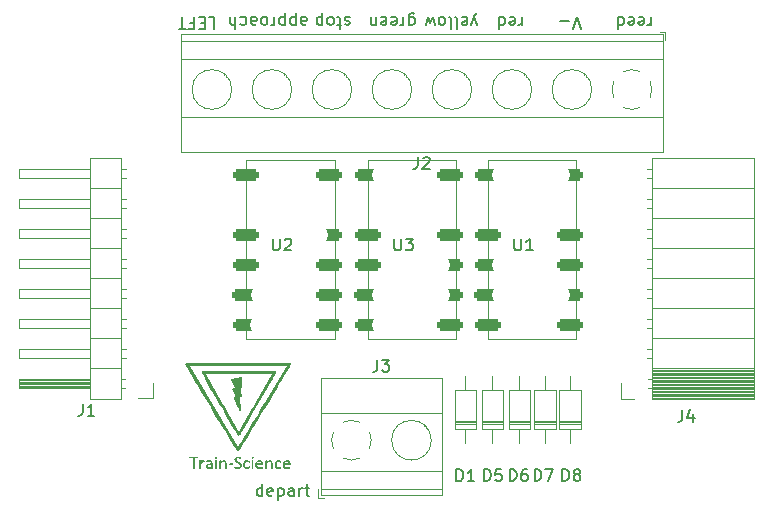
<source format=gbr>
%TF.GenerationSoftware,KiCad,Pcbnew,(6.0.4)*%
%TF.CreationDate,2023-03-20T20:43:09+01:00*%
%TF.ProjectId,analogBlockModule,616e616c-6f67-4426-9c6f-636b4d6f6475,rev?*%
%TF.SameCoordinates,Original*%
%TF.FileFunction,Legend,Top*%
%TF.FilePolarity,Positive*%
%FSLAX46Y46*%
G04 Gerber Fmt 4.6, Leading zero omitted, Abs format (unit mm)*
G04 Created by KiCad (PCBNEW (6.0.4)) date 2023-03-20 20:43:09*
%MOMM*%
%LPD*%
G01*
G04 APERTURE LIST*
G04 Aperture macros list*
%AMRoundRect*
0 Rectangle with rounded corners*
0 $1 Rounding radius*
0 $2 $3 $4 $5 $6 $7 $8 $9 X,Y pos of 4 corners*
0 Add a 4 corners polygon primitive as box body*
4,1,4,$2,$3,$4,$5,$6,$7,$8,$9,$2,$3,0*
0 Add four circle primitives for the rounded corners*
1,1,$1+$1,$2,$3*
1,1,$1+$1,$4,$5*
1,1,$1+$1,$6,$7*
1,1,$1+$1,$8,$9*
0 Add four rect primitives between the rounded corners*
20,1,$1+$1,$2,$3,$4,$5,0*
20,1,$1+$1,$4,$5,$6,$7,0*
20,1,$1+$1,$6,$7,$8,$9,0*
20,1,$1+$1,$8,$9,$2,$3,0*%
G04 Aperture macros list end*
%ADD10C,0.150000*%
%ADD11C,0.120000*%
%ADD12R,2.600000X2.600000*%
%ADD13C,2.600000*%
%ADD14R,1.500000X1.500000*%
%ADD15O,1.500000X1.500000*%
%ADD16RoundRect,0.250000X-0.855000X0.250000X-0.855000X-0.250000X0.855000X-0.250000X0.855000X0.250000X0*%
%ADD17C,1.500000*%
%ADD18R,1.700000X1.700000*%
%ADD19O,1.700000X1.700000*%
%ADD20C,3.200000*%
G04 APERTURE END LIST*
D10*
X151952380Y-77621619D02*
X151952380Y-78288285D01*
X151952380Y-78097809D02*
X151904761Y-78193047D01*
X151857142Y-78240666D01*
X151761904Y-78288285D01*
X151666666Y-78288285D01*
X150952380Y-77669238D02*
X151047619Y-77621619D01*
X151238095Y-77621619D01*
X151333333Y-77669238D01*
X151380952Y-77764476D01*
X151380952Y-78145428D01*
X151333333Y-78240666D01*
X151238095Y-78288285D01*
X151047619Y-78288285D01*
X150952380Y-78240666D01*
X150904761Y-78145428D01*
X150904761Y-78050190D01*
X151380952Y-77954952D01*
X150047619Y-77621619D02*
X150047619Y-78621619D01*
X150047619Y-77669238D02*
X150142857Y-77621619D01*
X150333333Y-77621619D01*
X150428571Y-77669238D01*
X150476190Y-77716857D01*
X150523809Y-77812095D01*
X150523809Y-78097809D01*
X150476190Y-78193047D01*
X150428571Y-78240666D01*
X150333333Y-78288285D01*
X150142857Y-78288285D01*
X150047619Y-78240666D01*
X148166666Y-78288285D02*
X147928571Y-77621619D01*
X147690476Y-78288285D02*
X147928571Y-77621619D01*
X148023809Y-77383523D01*
X148071428Y-77335904D01*
X148166666Y-77288285D01*
X146928571Y-77669238D02*
X147023809Y-77621619D01*
X147214285Y-77621619D01*
X147309523Y-77669238D01*
X147357142Y-77764476D01*
X147357142Y-78145428D01*
X147309523Y-78240666D01*
X147214285Y-78288285D01*
X147023809Y-78288285D01*
X146928571Y-78240666D01*
X146880952Y-78145428D01*
X146880952Y-78050190D01*
X147357142Y-77954952D01*
X146309523Y-77621619D02*
X146404761Y-77669238D01*
X146452380Y-77764476D01*
X146452380Y-78621619D01*
X145785714Y-77621619D02*
X145880952Y-77669238D01*
X145928571Y-77764476D01*
X145928571Y-78621619D01*
X145261904Y-77621619D02*
X145357142Y-77669238D01*
X145404761Y-77716857D01*
X145452380Y-77812095D01*
X145452380Y-78097809D01*
X145404761Y-78193047D01*
X145357142Y-78240666D01*
X145261904Y-78288285D01*
X145119047Y-78288285D01*
X145023809Y-78240666D01*
X144976190Y-78193047D01*
X144928571Y-78097809D01*
X144928571Y-77812095D01*
X144976190Y-77716857D01*
X145023809Y-77669238D01*
X145119047Y-77621619D01*
X145261904Y-77621619D01*
X144595238Y-78288285D02*
X144404761Y-77621619D01*
X144214285Y-78097809D01*
X144023809Y-77621619D01*
X143833333Y-78288285D01*
X156952380Y-78621619D02*
X156619047Y-77621619D01*
X156285714Y-78621619D01*
X155952380Y-78002571D02*
X155190476Y-78002571D01*
X133285714Y-77621619D02*
X133285714Y-78145428D01*
X133333333Y-78240666D01*
X133428571Y-78288285D01*
X133619047Y-78288285D01*
X133714285Y-78240666D01*
X133285714Y-77669238D02*
X133380952Y-77621619D01*
X133619047Y-77621619D01*
X133714285Y-77669238D01*
X133761904Y-77764476D01*
X133761904Y-77859714D01*
X133714285Y-77954952D01*
X133619047Y-78002571D01*
X133380952Y-78002571D01*
X133285714Y-78050190D01*
X132809523Y-78288285D02*
X132809523Y-77288285D01*
X132809523Y-78240666D02*
X132714285Y-78288285D01*
X132523809Y-78288285D01*
X132428571Y-78240666D01*
X132380952Y-78193047D01*
X132333333Y-78097809D01*
X132333333Y-77812095D01*
X132380952Y-77716857D01*
X132428571Y-77669238D01*
X132523809Y-77621619D01*
X132714285Y-77621619D01*
X132809523Y-77669238D01*
X131904761Y-78288285D02*
X131904761Y-77288285D01*
X131904761Y-78240666D02*
X131809523Y-78288285D01*
X131619047Y-78288285D01*
X131523809Y-78240666D01*
X131476190Y-78193047D01*
X131428571Y-78097809D01*
X131428571Y-77812095D01*
X131476190Y-77716857D01*
X131523809Y-77669238D01*
X131619047Y-77621619D01*
X131809523Y-77621619D01*
X131904761Y-77669238D01*
X131000000Y-77621619D02*
X131000000Y-78288285D01*
X131000000Y-78097809D02*
X130952380Y-78193047D01*
X130904761Y-78240666D01*
X130809523Y-78288285D01*
X130714285Y-78288285D01*
X130238095Y-77621619D02*
X130333333Y-77669238D01*
X130380952Y-77716857D01*
X130428571Y-77812095D01*
X130428571Y-78097809D01*
X130380952Y-78193047D01*
X130333333Y-78240666D01*
X130238095Y-78288285D01*
X130095238Y-78288285D01*
X130000000Y-78240666D01*
X129952380Y-78193047D01*
X129904761Y-78097809D01*
X129904761Y-77812095D01*
X129952380Y-77716857D01*
X130000000Y-77669238D01*
X130095238Y-77621619D01*
X130238095Y-77621619D01*
X129047619Y-77621619D02*
X129047619Y-78145428D01*
X129095238Y-78240666D01*
X129190476Y-78288285D01*
X129380952Y-78288285D01*
X129476190Y-78240666D01*
X129047619Y-77669238D02*
X129142857Y-77621619D01*
X129380952Y-77621619D01*
X129476190Y-77669238D01*
X129523809Y-77764476D01*
X129523809Y-77859714D01*
X129476190Y-77954952D01*
X129380952Y-78002571D01*
X129142857Y-78002571D01*
X129047619Y-78050190D01*
X128142857Y-77669238D02*
X128238095Y-77621619D01*
X128428571Y-77621619D01*
X128523809Y-77669238D01*
X128571428Y-77716857D01*
X128619047Y-77812095D01*
X128619047Y-78097809D01*
X128571428Y-78193047D01*
X128523809Y-78240666D01*
X128428571Y-78288285D01*
X128238095Y-78288285D01*
X128142857Y-78240666D01*
X127714285Y-77621619D02*
X127714285Y-78621619D01*
X127285714Y-77621619D02*
X127285714Y-78145428D01*
X127333333Y-78240666D01*
X127428571Y-78288285D01*
X127571428Y-78288285D01*
X127666666Y-78240666D01*
X127714285Y-78193047D01*
X142404761Y-78288285D02*
X142404761Y-77478761D01*
X142452380Y-77383523D01*
X142500000Y-77335904D01*
X142595238Y-77288285D01*
X142738095Y-77288285D01*
X142833333Y-77335904D01*
X142404761Y-77669238D02*
X142500000Y-77621619D01*
X142690476Y-77621619D01*
X142785714Y-77669238D01*
X142833333Y-77716857D01*
X142880952Y-77812095D01*
X142880952Y-78097809D01*
X142833333Y-78193047D01*
X142785714Y-78240666D01*
X142690476Y-78288285D01*
X142500000Y-78288285D01*
X142404761Y-78240666D01*
X141928571Y-77621619D02*
X141928571Y-78288285D01*
X141928571Y-78097809D02*
X141880952Y-78193047D01*
X141833333Y-78240666D01*
X141738095Y-78288285D01*
X141642857Y-78288285D01*
X140928571Y-77669238D02*
X141023809Y-77621619D01*
X141214285Y-77621619D01*
X141309523Y-77669238D01*
X141357142Y-77764476D01*
X141357142Y-78145428D01*
X141309523Y-78240666D01*
X141214285Y-78288285D01*
X141023809Y-78288285D01*
X140928571Y-78240666D01*
X140880952Y-78145428D01*
X140880952Y-78050190D01*
X141357142Y-77954952D01*
X140071428Y-77669238D02*
X140166666Y-77621619D01*
X140357142Y-77621619D01*
X140452380Y-77669238D01*
X140500000Y-77764476D01*
X140500000Y-78145428D01*
X140452380Y-78240666D01*
X140357142Y-78288285D01*
X140166666Y-78288285D01*
X140071428Y-78240666D01*
X140023809Y-78145428D01*
X140023809Y-78050190D01*
X140500000Y-77954952D01*
X139595238Y-78288285D02*
X139595238Y-77621619D01*
X139595238Y-78193047D02*
X139547619Y-78240666D01*
X139452380Y-78288285D01*
X139309523Y-78288285D01*
X139214285Y-78240666D01*
X139166666Y-78145428D01*
X139166666Y-77621619D01*
X129984714Y-118181380D02*
X129984714Y-117181380D01*
X129984714Y-118133761D02*
X129889476Y-118181380D01*
X129699000Y-118181380D01*
X129603761Y-118133761D01*
X129556142Y-118086142D01*
X129508523Y-117990904D01*
X129508523Y-117705190D01*
X129556142Y-117609952D01*
X129603761Y-117562333D01*
X129699000Y-117514714D01*
X129889476Y-117514714D01*
X129984714Y-117562333D01*
X130841857Y-118133761D02*
X130746619Y-118181380D01*
X130556142Y-118181380D01*
X130460904Y-118133761D01*
X130413285Y-118038523D01*
X130413285Y-117657571D01*
X130460904Y-117562333D01*
X130556142Y-117514714D01*
X130746619Y-117514714D01*
X130841857Y-117562333D01*
X130889476Y-117657571D01*
X130889476Y-117752809D01*
X130413285Y-117848047D01*
X131318047Y-117514714D02*
X131318047Y-118514714D01*
X131318047Y-117562333D02*
X131413285Y-117514714D01*
X131603761Y-117514714D01*
X131699000Y-117562333D01*
X131746619Y-117609952D01*
X131794238Y-117705190D01*
X131794238Y-117990904D01*
X131746619Y-118086142D01*
X131699000Y-118133761D01*
X131603761Y-118181380D01*
X131413285Y-118181380D01*
X131318047Y-118133761D01*
X132651380Y-118181380D02*
X132651380Y-117657571D01*
X132603761Y-117562333D01*
X132508523Y-117514714D01*
X132318047Y-117514714D01*
X132222809Y-117562333D01*
X132651380Y-118133761D02*
X132556142Y-118181380D01*
X132318047Y-118181380D01*
X132222809Y-118133761D01*
X132175190Y-118038523D01*
X132175190Y-117943285D01*
X132222809Y-117848047D01*
X132318047Y-117800428D01*
X132556142Y-117800428D01*
X132651380Y-117752809D01*
X133127571Y-118181380D02*
X133127571Y-117514714D01*
X133127571Y-117705190D02*
X133175190Y-117609952D01*
X133222809Y-117562333D01*
X133318047Y-117514714D01*
X133413285Y-117514714D01*
X133603761Y-117514714D02*
X133984714Y-117514714D01*
X133746619Y-117181380D02*
X133746619Y-118038523D01*
X133794238Y-118133761D01*
X133889476Y-118181380D01*
X133984714Y-118181380D01*
X137404761Y-77669238D02*
X137309523Y-77621619D01*
X137119047Y-77621619D01*
X137023809Y-77669238D01*
X136976190Y-77764476D01*
X136976190Y-77812095D01*
X137023809Y-77907333D01*
X137119047Y-77954952D01*
X137261904Y-77954952D01*
X137357142Y-78002571D01*
X137404761Y-78097809D01*
X137404761Y-78145428D01*
X137357142Y-78240666D01*
X137261904Y-78288285D01*
X137119047Y-78288285D01*
X137023809Y-78240666D01*
X136690476Y-78288285D02*
X136309523Y-78288285D01*
X136547619Y-78621619D02*
X136547619Y-77764476D01*
X136500000Y-77669238D01*
X136404761Y-77621619D01*
X136309523Y-77621619D01*
X135833333Y-77621619D02*
X135928571Y-77669238D01*
X135976190Y-77716857D01*
X136023809Y-77812095D01*
X136023809Y-78097809D01*
X135976190Y-78193047D01*
X135928571Y-78240666D01*
X135833333Y-78288285D01*
X135690476Y-78288285D01*
X135595238Y-78240666D01*
X135547619Y-78193047D01*
X135500000Y-78097809D01*
X135500000Y-77812095D01*
X135547619Y-77716857D01*
X135595238Y-77669238D01*
X135690476Y-77621619D01*
X135833333Y-77621619D01*
X135071428Y-78288285D02*
X135071428Y-77288285D01*
X135071428Y-78240666D02*
X134976190Y-78288285D01*
X134785714Y-78288285D01*
X134690476Y-78240666D01*
X134642857Y-78193047D01*
X134595238Y-78097809D01*
X134595238Y-77812095D01*
X134642857Y-77716857D01*
X134690476Y-77669238D01*
X134785714Y-77621619D01*
X134976190Y-77621619D01*
X135071428Y-77669238D01*
X125452380Y-77621619D02*
X125928571Y-77621619D01*
X125928571Y-78621619D01*
X125119047Y-78145428D02*
X124785714Y-78145428D01*
X124642857Y-77621619D02*
X125119047Y-77621619D01*
X125119047Y-78621619D01*
X124642857Y-78621619D01*
X123880952Y-78145428D02*
X124214285Y-78145428D01*
X124214285Y-77621619D02*
X124214285Y-78621619D01*
X123738095Y-78621619D01*
X123500000Y-78621619D02*
X122928571Y-78621619D01*
X123214285Y-77621619D02*
X123214285Y-78621619D01*
X162880952Y-77621619D02*
X162880952Y-78288285D01*
X162880952Y-78097809D02*
X162833333Y-78193047D01*
X162785714Y-78240666D01*
X162690476Y-78288285D01*
X162595238Y-78288285D01*
X161880952Y-77669238D02*
X161976190Y-77621619D01*
X162166666Y-77621619D01*
X162261904Y-77669238D01*
X162309523Y-77764476D01*
X162309523Y-78145428D01*
X162261904Y-78240666D01*
X162166666Y-78288285D01*
X161976190Y-78288285D01*
X161880952Y-78240666D01*
X161833333Y-78145428D01*
X161833333Y-78050190D01*
X162309523Y-77954952D01*
X161023809Y-77669238D02*
X161119047Y-77621619D01*
X161309523Y-77621619D01*
X161404761Y-77669238D01*
X161452380Y-77764476D01*
X161452380Y-78145428D01*
X161404761Y-78240666D01*
X161309523Y-78288285D01*
X161119047Y-78288285D01*
X161023809Y-78240666D01*
X160976190Y-78145428D01*
X160976190Y-78050190D01*
X161452380Y-77954952D01*
X160119047Y-77621619D02*
X160119047Y-78621619D01*
X160119047Y-77669238D02*
X160214285Y-77621619D01*
X160404761Y-77621619D01*
X160500000Y-77669238D01*
X160547619Y-77716857D01*
X160595238Y-77812095D01*
X160595238Y-78097809D01*
X160547619Y-78193047D01*
X160500000Y-78240666D01*
X160404761Y-78288285D01*
X160214285Y-78288285D01*
X160119047Y-78240666D01*
%TO.C,J2*%
X143166666Y-89481380D02*
X143166666Y-90195666D01*
X143119047Y-90338523D01*
X143023809Y-90433761D01*
X142880952Y-90481380D01*
X142785714Y-90481380D01*
X143595238Y-89576619D02*
X143642857Y-89529000D01*
X143738095Y-89481380D01*
X143976190Y-89481380D01*
X144071428Y-89529000D01*
X144119047Y-89576619D01*
X144166666Y-89671857D01*
X144166666Y-89767095D01*
X144119047Y-89909952D01*
X143547619Y-90481380D01*
X144166666Y-90481380D01*
%TO.C,D1*%
X146430904Y-116929380D02*
X146430904Y-115929380D01*
X146669000Y-115929380D01*
X146811857Y-115977000D01*
X146907095Y-116072238D01*
X146954714Y-116167476D01*
X147002333Y-116357952D01*
X147002333Y-116500809D01*
X146954714Y-116691285D01*
X146907095Y-116786523D01*
X146811857Y-116881761D01*
X146669000Y-116929380D01*
X146430904Y-116929380D01*
X147954714Y-116929380D02*
X147383285Y-116929380D01*
X147669000Y-116929380D02*
X147669000Y-115929380D01*
X147573761Y-116072238D01*
X147478523Y-116167476D01*
X147383285Y-116215095D01*
%TO.C,U1*%
X151330295Y-96399380D02*
X151330295Y-97208904D01*
X151377914Y-97304142D01*
X151425533Y-97351761D01*
X151520771Y-97399380D01*
X151711247Y-97399380D01*
X151806485Y-97351761D01*
X151854104Y-97304142D01*
X151901723Y-97208904D01*
X151901723Y-96399380D01*
X152901723Y-97399380D02*
X152330295Y-97399380D01*
X152616009Y-97399380D02*
X152616009Y-96399380D01*
X152520771Y-96542238D01*
X152425533Y-96637476D01*
X152330295Y-96685095D01*
%TO.C,J1*%
X114781666Y-110382380D02*
X114781666Y-111096666D01*
X114734047Y-111239523D01*
X114638809Y-111334761D01*
X114495952Y-111382380D01*
X114400714Y-111382380D01*
X115781666Y-111382380D02*
X115210238Y-111382380D01*
X115495952Y-111382380D02*
X115495952Y-110382380D01*
X115400714Y-110525238D01*
X115305476Y-110620476D01*
X115210238Y-110668095D01*
%TO.C,D5*%
X148764904Y-116920380D02*
X148764904Y-115920380D01*
X149003000Y-115920380D01*
X149145857Y-115968000D01*
X149241095Y-116063238D01*
X149288714Y-116158476D01*
X149336333Y-116348952D01*
X149336333Y-116491809D01*
X149288714Y-116682285D01*
X149241095Y-116777523D01*
X149145857Y-116872761D01*
X149003000Y-116920380D01*
X148764904Y-116920380D01*
X150241095Y-115920380D02*
X149764904Y-115920380D01*
X149717285Y-116396571D01*
X149764904Y-116348952D01*
X149860142Y-116301333D01*
X150098238Y-116301333D01*
X150193476Y-116348952D01*
X150241095Y-116396571D01*
X150288714Y-116491809D01*
X150288714Y-116729904D01*
X150241095Y-116825142D01*
X150193476Y-116872761D01*
X150098238Y-116920380D01*
X149860142Y-116920380D01*
X149764904Y-116872761D01*
X149717285Y-116825142D01*
%TO.C,J4*%
X165546666Y-110882380D02*
X165546666Y-111596666D01*
X165499047Y-111739523D01*
X165403809Y-111834761D01*
X165260952Y-111882380D01*
X165165714Y-111882380D01*
X166451428Y-111215714D02*
X166451428Y-111882380D01*
X166213333Y-110834761D02*
X165975238Y-111549047D01*
X166594285Y-111549047D01*
%TO.C,D6*%
X150946904Y-116920380D02*
X150946904Y-115920380D01*
X151185000Y-115920380D01*
X151327857Y-115968000D01*
X151423095Y-116063238D01*
X151470714Y-116158476D01*
X151518333Y-116348952D01*
X151518333Y-116491809D01*
X151470714Y-116682285D01*
X151423095Y-116777523D01*
X151327857Y-116872761D01*
X151185000Y-116920380D01*
X150946904Y-116920380D01*
X152375476Y-115920380D02*
X152185000Y-115920380D01*
X152089761Y-115968000D01*
X152042142Y-116015619D01*
X151946904Y-116158476D01*
X151899285Y-116348952D01*
X151899285Y-116729904D01*
X151946904Y-116825142D01*
X151994523Y-116872761D01*
X152089761Y-116920380D01*
X152280238Y-116920380D01*
X152375476Y-116872761D01*
X152423095Y-116825142D01*
X152470714Y-116729904D01*
X152470714Y-116491809D01*
X152423095Y-116396571D01*
X152375476Y-116348952D01*
X152280238Y-116301333D01*
X152089761Y-116301333D01*
X151994523Y-116348952D01*
X151946904Y-116396571D01*
X151899285Y-116491809D01*
%TO.C,D7*%
X153041904Y-116915380D02*
X153041904Y-115915380D01*
X153280000Y-115915380D01*
X153422857Y-115963000D01*
X153518095Y-116058238D01*
X153565714Y-116153476D01*
X153613333Y-116343952D01*
X153613333Y-116486809D01*
X153565714Y-116677285D01*
X153518095Y-116772523D01*
X153422857Y-116867761D01*
X153280000Y-116915380D01*
X153041904Y-116915380D01*
X153946666Y-115915380D02*
X154613333Y-115915380D01*
X154184761Y-116915380D01*
%TO.C,D8*%
X155405904Y-116915380D02*
X155405904Y-115915380D01*
X155644000Y-115915380D01*
X155786857Y-115963000D01*
X155882095Y-116058238D01*
X155929714Y-116153476D01*
X155977333Y-116343952D01*
X155977333Y-116486809D01*
X155929714Y-116677285D01*
X155882095Y-116772523D01*
X155786857Y-116867761D01*
X155644000Y-116915380D01*
X155405904Y-116915380D01*
X156548761Y-116343952D02*
X156453523Y-116296333D01*
X156405904Y-116248714D01*
X156358285Y-116153476D01*
X156358285Y-116105857D01*
X156405904Y-116010619D01*
X156453523Y-115963000D01*
X156548761Y-115915380D01*
X156739238Y-115915380D01*
X156834476Y-115963000D01*
X156882095Y-116010619D01*
X156929714Y-116105857D01*
X156929714Y-116153476D01*
X156882095Y-116248714D01*
X156834476Y-116296333D01*
X156739238Y-116343952D01*
X156548761Y-116343952D01*
X156453523Y-116391571D01*
X156405904Y-116439190D01*
X156358285Y-116534428D01*
X156358285Y-116724904D01*
X156405904Y-116820142D01*
X156453523Y-116867761D01*
X156548761Y-116915380D01*
X156739238Y-116915380D01*
X156834476Y-116867761D01*
X156882095Y-116820142D01*
X156929714Y-116724904D01*
X156929714Y-116534428D01*
X156882095Y-116439190D01*
X156834476Y-116391571D01*
X156739238Y-116343952D01*
%TO.C,J3*%
X139742666Y-106654380D02*
X139742666Y-107368666D01*
X139695047Y-107511523D01*
X139599809Y-107606761D01*
X139456952Y-107654380D01*
X139361714Y-107654380D01*
X140123619Y-106654380D02*
X140742666Y-106654380D01*
X140409333Y-107035333D01*
X140552190Y-107035333D01*
X140647428Y-107082952D01*
X140695047Y-107130571D01*
X140742666Y-107225809D01*
X140742666Y-107463904D01*
X140695047Y-107559142D01*
X140647428Y-107606761D01*
X140552190Y-107654380D01*
X140266476Y-107654380D01*
X140171238Y-107606761D01*
X140123619Y-107559142D01*
%TO.C,U3*%
X141170295Y-96399380D02*
X141170295Y-97208904D01*
X141217914Y-97304142D01*
X141265533Y-97351761D01*
X141360771Y-97399380D01*
X141551247Y-97399380D01*
X141646485Y-97351761D01*
X141694104Y-97304142D01*
X141741723Y-97208904D01*
X141741723Y-96399380D01*
X142122676Y-96399380D02*
X142741723Y-96399380D01*
X142408390Y-96780333D01*
X142551247Y-96780333D01*
X142646485Y-96827952D01*
X142694104Y-96875571D01*
X142741723Y-96970809D01*
X142741723Y-97208904D01*
X142694104Y-97304142D01*
X142646485Y-97351761D01*
X142551247Y-97399380D01*
X142265533Y-97399380D01*
X142170295Y-97351761D01*
X142122676Y-97304142D01*
%TO.C,U2*%
X130883295Y-96399380D02*
X130883295Y-97208904D01*
X130930914Y-97304142D01*
X130978533Y-97351761D01*
X131073771Y-97399380D01*
X131264247Y-97399380D01*
X131359485Y-97351761D01*
X131407104Y-97304142D01*
X131454723Y-97208904D01*
X131454723Y-96399380D01*
X131883295Y-96494619D02*
X131930914Y-96447000D01*
X132026152Y-96399380D01*
X132264247Y-96399380D01*
X132359485Y-96447000D01*
X132407104Y-96494619D01*
X132454723Y-96589857D01*
X132454723Y-96685095D01*
X132407104Y-96827952D01*
X131835676Y-97399380D01*
X132454723Y-97399380D01*
D11*
%TO.C,J2*%
X124445000Y-84838000D02*
X124492000Y-84792000D01*
X129525000Y-84838000D02*
X129572000Y-84792000D01*
X163880000Y-86070000D02*
X123120000Y-86070000D01*
X149845000Y-84838000D02*
X149892000Y-84792000D01*
X163880000Y-81169000D02*
X123120000Y-81169000D01*
X134605000Y-84838000D02*
X134652000Y-84792000D01*
X147074000Y-82530000D02*
X147109000Y-82495000D01*
X139685000Y-84838000D02*
X139732000Y-84792000D01*
X137107000Y-82746000D02*
X137154000Y-82700000D01*
X123120000Y-89030000D02*
X123120000Y-79109000D01*
X131834000Y-82530000D02*
X131869000Y-82495000D01*
X155130000Y-85044000D02*
X155165000Y-85008000D01*
X163880000Y-89030000D02*
X163880000Y-79109000D01*
X152347000Y-82746000D02*
X152394000Y-82700000D01*
X157234000Y-82530000D02*
X157269000Y-82495000D01*
X163880000Y-79109000D02*
X123120000Y-79109000D01*
X144970000Y-85044000D02*
X145005000Y-85008000D01*
X124650000Y-85044000D02*
X124685000Y-85008000D01*
X134810000Y-85044000D02*
X134845000Y-85008000D01*
X132027000Y-82746000D02*
X132074000Y-82700000D01*
X164120000Y-78869000D02*
X163620000Y-78869000D01*
X126947000Y-82746000D02*
X126994000Y-82700000D01*
X129730000Y-85044000D02*
X129765000Y-85008000D01*
X142187000Y-82746000D02*
X142234000Y-82700000D01*
X139890000Y-85044000D02*
X139925000Y-85008000D01*
X163880000Y-89030000D02*
X123120000Y-89030000D01*
X154925000Y-84838000D02*
X154972000Y-84792000D01*
X163880000Y-79669000D02*
X123120000Y-79669000D01*
X141994000Y-82530000D02*
X142029000Y-82495000D01*
X157427000Y-82746000D02*
X157474000Y-82700000D01*
X152154000Y-82530000D02*
X152189000Y-82495000D01*
X147267000Y-82746000D02*
X147314000Y-82700000D01*
X144765000Y-84838000D02*
X144812000Y-84792000D01*
X150050000Y-85044000D02*
X150085000Y-85008000D01*
X164120000Y-79609000D02*
X164120000Y-78869000D01*
X126754000Y-82530000D02*
X126789000Y-82495000D01*
X136914000Y-82530000D02*
X136949000Y-82495000D01*
X160596000Y-85304000D02*
G75*
G03*
X161963042Y-85304427I684001J1534993D01*
G01*
X161280000Y-82089000D02*
G75*
G03*
X160596682Y-82234244I0J-1680000D01*
G01*
X161964000Y-82234000D02*
G75*
G03*
X161251195Y-82088747I-683999J-1535001D01*
G01*
X162815000Y-84453000D02*
G75*
G03*
X162815427Y-83085958I-1534993J684001D01*
G01*
X159744999Y-83085000D02*
G75*
G03*
X159744573Y-84452042I1535001J-684000D01*
G01*
X127400000Y-83769000D02*
G75*
G03*
X127400000Y-83769000I-1680000J0D01*
G01*
X142640000Y-83769000D02*
G75*
G03*
X142640000Y-83769000I-1680000J0D01*
G01*
X132480000Y-83769000D02*
G75*
G03*
X132480000Y-83769000I-1680000J0D01*
G01*
X137560000Y-83769000D02*
G75*
G03*
X137560000Y-83769000I-1680000J0D01*
G01*
X157880000Y-83769000D02*
G75*
G03*
X157880000Y-83769000I-1680000J0D01*
G01*
X147720000Y-83769000D02*
G75*
G03*
X147720000Y-83769000I-1680000J0D01*
G01*
X152800000Y-83769000D02*
G75*
G03*
X152800000Y-83769000I-1680000J0D01*
G01*
%TO.C,G\u002A\u002A\u002A*%
G36*
X128800156Y-115160371D02*
G01*
X128887115Y-115203368D01*
X128936801Y-115262548D01*
X128938188Y-115320197D01*
X128916905Y-115358981D01*
X128886209Y-115349557D01*
X128857851Y-115325211D01*
X128768511Y-115280500D01*
X128666954Y-115279442D01*
X128582548Y-115322260D01*
X128581671Y-115323129D01*
X128545974Y-115394454D01*
X128531171Y-115504249D01*
X128531082Y-115513985D01*
X128543932Y-115625813D01*
X128578192Y-115701116D01*
X128581671Y-115704841D01*
X128665649Y-115748246D01*
X128767171Y-115747772D01*
X128856868Y-115703642D01*
X128857851Y-115702759D01*
X128903126Y-115668129D01*
X128926558Y-115680932D01*
X128938188Y-115707773D01*
X128933633Y-115773108D01*
X128878679Y-115830764D01*
X128787275Y-115870981D01*
X128686003Y-115884200D01*
X128580940Y-115870144D01*
X128494534Y-115818169D01*
X128460446Y-115786323D01*
X128406280Y-115726957D01*
X128378770Y-115672703D01*
X128371287Y-115600215D01*
X128376798Y-115491733D01*
X128407249Y-115329108D01*
X128472936Y-115219042D01*
X128576567Y-115158527D01*
X128690274Y-115143769D01*
X128800156Y-115160371D01*
G37*
G36*
X130731567Y-115158213D02*
G01*
X130804671Y-115206519D01*
X130851175Y-115296150D01*
X130875236Y-115434568D01*
X130881146Y-115598808D01*
X130880480Y-115734722D01*
X130876137Y-115818734D01*
X130864595Y-115863328D01*
X130842334Y-115880987D01*
X130805834Y-115884194D01*
X130800664Y-115884200D01*
X130760587Y-115881415D01*
X130736670Y-115864257D01*
X130724742Y-115819522D01*
X130720637Y-115734007D01*
X130720183Y-115629292D01*
X130717810Y-115501739D01*
X130711530Y-115395366D01*
X130702599Y-115329840D01*
X130700642Y-115323462D01*
X130654586Y-115281444D01*
X130576690Y-115277399D01*
X130487162Y-115311399D01*
X130469804Y-115322654D01*
X130433528Y-115354920D01*
X130412019Y-115399461D01*
X130401541Y-115472262D01*
X130398352Y-115589304D01*
X130398256Y-115628485D01*
X130397383Y-115755664D01*
X130391999Y-115831642D01*
X130377955Y-115869601D01*
X130351101Y-115882724D01*
X130317774Y-115884200D01*
X130237293Y-115884200D01*
X130237293Y-115513985D01*
X130237680Y-115355262D01*
X130240378Y-115249962D01*
X130247689Y-115187124D01*
X130261918Y-115155787D01*
X130285368Y-115144988D01*
X130315092Y-115143769D01*
X130380561Y-115158507D01*
X130407646Y-115184010D01*
X130429142Y-115208107D01*
X130465056Y-115184010D01*
X130524105Y-115157219D01*
X130613263Y-115144050D01*
X130627707Y-115143769D01*
X130731567Y-115158213D01*
G37*
G36*
X124851675Y-107715537D02*
G01*
X124845360Y-107691171D01*
X124845024Y-107594593D01*
X131186976Y-107594593D01*
X131195239Y-107675075D01*
X131185077Y-107709948D01*
X131150748Y-107784125D01*
X131091339Y-107899220D01*
X131005941Y-108056845D01*
X130893641Y-108258610D01*
X130753526Y-108506128D01*
X130584687Y-108801011D01*
X130386211Y-109144872D01*
X130157187Y-109539321D01*
X129896703Y-109985970D01*
X129647778Y-110411450D01*
X129384647Y-110860404D01*
X129151907Y-111256857D01*
X128947610Y-111603982D01*
X128769807Y-111904953D01*
X128616550Y-112162942D01*
X128485891Y-112381124D01*
X128375881Y-112562670D01*
X128284572Y-112710755D01*
X128210014Y-112828552D01*
X128150261Y-112919233D01*
X128103362Y-112985973D01*
X128067371Y-113031943D01*
X128040337Y-113060318D01*
X128020314Y-113074271D01*
X128011031Y-113077019D01*
X127937172Y-113069333D01*
X127897717Y-113044827D01*
X127877233Y-113011458D01*
X127826809Y-112926294D01*
X127748738Y-112793274D01*
X127645312Y-112616339D01*
X127518827Y-112399428D01*
X127371574Y-112146482D01*
X127205847Y-111861441D01*
X127023940Y-111548244D01*
X126828145Y-111210831D01*
X126620757Y-110853143D01*
X126404068Y-110479120D01*
X126355561Y-110395354D01*
X126072618Y-109905962D01*
X125821629Y-109470245D01*
X125601657Y-109086524D01*
X125411766Y-108753123D01*
X125251019Y-108468366D01*
X125118480Y-108230575D01*
X125013213Y-108038073D01*
X124934281Y-107889184D01*
X124915736Y-107852134D01*
X125184943Y-107852134D01*
X126588197Y-110276175D01*
X126798024Y-110638056D01*
X126998778Y-110983162D01*
X127188115Y-111307526D01*
X127363692Y-111607185D01*
X127523164Y-111878174D01*
X127664186Y-112116530D01*
X127784414Y-112318287D01*
X127881504Y-112479481D01*
X127953111Y-112596149D01*
X127996891Y-112664326D01*
X128010449Y-112681218D01*
X128029203Y-112651197D01*
X128078076Y-112569637D01*
X128154687Y-112440577D01*
X128256658Y-112268061D01*
X128381609Y-112056130D01*
X128527161Y-111808826D01*
X128690935Y-111530190D01*
X128870552Y-111224265D01*
X129063632Y-110895092D01*
X129267797Y-110546713D01*
X129437346Y-110257177D01*
X130845247Y-107852134D01*
X129430623Y-107843751D01*
X129058110Y-107842016D01*
X128640153Y-107840879D01*
X128195691Y-107840341D01*
X127743663Y-107840402D01*
X127303008Y-107841062D01*
X126892666Y-107842322D01*
X126600471Y-107843751D01*
X125184943Y-107852134D01*
X124915736Y-107852134D01*
X124880747Y-107782231D01*
X124851675Y-107715537D01*
G37*
G36*
X127403263Y-115406600D02*
G01*
X127482717Y-115428266D01*
X127525287Y-115467014D01*
X127527155Y-115473744D01*
X127525049Y-115504166D01*
X127495547Y-115521260D01*
X127425649Y-115528672D01*
X127326219Y-115530081D01*
X127207732Y-115526841D01*
X127141621Y-115515353D01*
X127116117Y-115492965D01*
X127114606Y-115482406D01*
X127142597Y-115439919D01*
X127213303Y-115412845D01*
X127306825Y-115401599D01*
X127403263Y-115406600D01*
G37*
G36*
X126836257Y-115158213D02*
G01*
X126909361Y-115206519D01*
X126955865Y-115296150D01*
X126979925Y-115434568D01*
X126985835Y-115598808D01*
X126985170Y-115734722D01*
X126980826Y-115818734D01*
X126969284Y-115863328D01*
X126947024Y-115880987D01*
X126910524Y-115884194D01*
X126905354Y-115884200D01*
X126865277Y-115881415D01*
X126841359Y-115864257D01*
X126829432Y-115819522D01*
X126825326Y-115734007D01*
X126824872Y-115629292D01*
X126822499Y-115501739D01*
X126816219Y-115395366D01*
X126807288Y-115329840D01*
X126805331Y-115323462D01*
X126759275Y-115281444D01*
X126681380Y-115277399D01*
X126591851Y-115311399D01*
X126574494Y-115322654D01*
X126538217Y-115354920D01*
X126516709Y-115399461D01*
X126506230Y-115472262D01*
X126503042Y-115589304D01*
X126502946Y-115628485D01*
X126502073Y-115755664D01*
X126496689Y-115831642D01*
X126482645Y-115869601D01*
X126455791Y-115882724D01*
X126422464Y-115884200D01*
X126341982Y-115884200D01*
X126341982Y-115513985D01*
X126342370Y-115355262D01*
X126345067Y-115249962D01*
X126352379Y-115187124D01*
X126366608Y-115155787D01*
X126390057Y-115144988D01*
X126419781Y-115143769D01*
X126485250Y-115158507D01*
X126512335Y-115184010D01*
X126533832Y-115208107D01*
X126569745Y-115184010D01*
X126628795Y-115157219D01*
X126717952Y-115144050D01*
X126732396Y-115143769D01*
X126836257Y-115158213D01*
G37*
G36*
X129227443Y-114871565D02*
G01*
X129251424Y-114903528D01*
X129257537Y-114973248D01*
X129208998Y-115009300D01*
X129154700Y-115014999D01*
X129095454Y-115003959D01*
X129082286Y-114959786D01*
X129084167Y-114942565D01*
X129115438Y-114884361D01*
X129171683Y-114858714D01*
X129227443Y-114871565D01*
G37*
G36*
X129239321Y-115884200D02*
G01*
X129078357Y-115884200D01*
X129078357Y-115143769D01*
X129239321Y-115143769D01*
X129239321Y-115884200D01*
G37*
G36*
X126148826Y-115884200D02*
G01*
X125987863Y-115884200D01*
X125987863Y-115143769D01*
X126148826Y-115143769D01*
X126148826Y-115884200D01*
G37*
G36*
X131882587Y-115191192D02*
G01*
X132024349Y-115147482D01*
X132089248Y-115143769D01*
X132207957Y-115171419D01*
X132309411Y-115243669D01*
X132376573Y-115344471D01*
X132394200Y-115431027D01*
X132394200Y-115530081D01*
X132136659Y-115530081D01*
X132008123Y-115531517D01*
X131931069Y-115537892D01*
X131892617Y-115552313D01*
X131879890Y-115577882D01*
X131879118Y-115592167D01*
X131902785Y-115680960D01*
X131975423Y-115733168D01*
X132099491Y-115750072D01*
X132175060Y-115746295D01*
X132283524Y-115739706D01*
X132341375Y-115746300D01*
X132361405Y-115768067D01*
X132362008Y-115775376D01*
X132333527Y-115827331D01*
X132259324Y-115863024D01*
X132156255Y-115881338D01*
X132041174Y-115881154D01*
X131930940Y-115861354D01*
X131842407Y-115820820D01*
X131829457Y-115810705D01*
X131764327Y-115729779D01*
X131731010Y-115616586D01*
X131726957Y-115585890D01*
X131730938Y-115414000D01*
X131746244Y-115375557D01*
X131879118Y-115375557D01*
X131908233Y-115389662D01*
X131983337Y-115399017D01*
X132056178Y-115401311D01*
X132153154Y-115397076D01*
X132217466Y-115386152D01*
X132233237Y-115375557D01*
X132204421Y-115320477D01*
X132130915Y-115282712D01*
X132056178Y-115272540D01*
X131961509Y-115289306D01*
X131896602Y-115332073D01*
X131879118Y-115375557D01*
X131746244Y-115375557D01*
X131783799Y-115281233D01*
X131882587Y-115191192D01*
G37*
G36*
X131472146Y-115160371D02*
G01*
X131559105Y-115203368D01*
X131608791Y-115262548D01*
X131610178Y-115320197D01*
X131588895Y-115358981D01*
X131558199Y-115349557D01*
X131529841Y-115325211D01*
X131440501Y-115280500D01*
X131338943Y-115279442D01*
X131254538Y-115322260D01*
X131253661Y-115323129D01*
X131217357Y-115396078D01*
X131203495Y-115500878D01*
X131212074Y-115609032D01*
X131243095Y-115692043D01*
X131253661Y-115704841D01*
X131337639Y-115748246D01*
X131439161Y-115747772D01*
X131528857Y-115703642D01*
X131529841Y-115702759D01*
X131575116Y-115668129D01*
X131598547Y-115680932D01*
X131610178Y-115707773D01*
X131605623Y-115773108D01*
X131550669Y-115830764D01*
X131459265Y-115870981D01*
X131357993Y-115884200D01*
X131252930Y-115870144D01*
X131166524Y-115818169D01*
X131132435Y-115786323D01*
X131078270Y-115726957D01*
X131050760Y-115672703D01*
X131043277Y-115600215D01*
X131048787Y-115491733D01*
X131079239Y-115329108D01*
X131144926Y-115219042D01*
X131248557Y-115158527D01*
X131362264Y-115143769D01*
X131472146Y-115160371D01*
G37*
G36*
X125232422Y-115549690D02*
G01*
X125301085Y-115506608D01*
X125404947Y-115466717D01*
X125515152Y-115439723D01*
X125577407Y-115433683D01*
X125625270Y-115411832D01*
X125626829Y-115354663D01*
X125604221Y-115307951D01*
X125567550Y-115281964D01*
X125493753Y-115274689D01*
X125395462Y-115281480D01*
X125289069Y-115288973D01*
X125233254Y-115282184D01*
X125215425Y-115259278D01*
X125215240Y-115255250D01*
X125245277Y-115199209D01*
X125330367Y-115161257D01*
X125462977Y-115144364D01*
X125497868Y-115143769D01*
X125610680Y-115151768D01*
X125689475Y-115182130D01*
X125740703Y-115244404D01*
X125770811Y-115348138D01*
X125786250Y-115502881D01*
X125789561Y-115575661D01*
X125800512Y-115872149D01*
X125561680Y-115877021D01*
X125404945Y-115873821D01*
X125300663Y-115855617D01*
X125252948Y-115832932D01*
X125198003Y-115759657D01*
X125184200Y-115663537D01*
X125189421Y-115647434D01*
X125352629Y-115647434D01*
X125354822Y-115704977D01*
X125398789Y-115741887D01*
X125474413Y-115754708D01*
X125553093Y-115742034D01*
X125595113Y-115716799D01*
X125628337Y-115653033D01*
X125633744Y-115616009D01*
X125624887Y-115576273D01*
X125586601Y-115564870D01*
X125515800Y-115572989D01*
X125404387Y-115602669D01*
X125352629Y-115647434D01*
X125189421Y-115647434D01*
X125213590Y-115572887D01*
X125232422Y-115549690D01*
G37*
G36*
X128096450Y-114869771D02*
G01*
X128179476Y-114914240D01*
X128209154Y-114983335D01*
X128209156Y-114983939D01*
X128186182Y-115034914D01*
X128137334Y-115045789D01*
X128096482Y-115014999D01*
X128048611Y-114989439D01*
X127968637Y-114983888D01*
X127885134Y-114996818D01*
X127826675Y-115026703D01*
X127824126Y-115029550D01*
X127797960Y-115102183D01*
X127835034Y-115179245D01*
X127934456Y-115259443D01*
X128011972Y-115302699D01*
X128152108Y-115388305D01*
X128232714Y-115477193D01*
X128258490Y-115577135D01*
X128239825Y-115679564D01*
X128180082Y-115781535D01*
X128111495Y-115836471D01*
X127997557Y-115872535D01*
X127865005Y-115882193D01*
X127741638Y-115865597D01*
X127669044Y-115834086D01*
X127612370Y-115778052D01*
X127596688Y-115728510D01*
X127621892Y-115701068D01*
X127669929Y-115705064D01*
X127818936Y-115739359D01*
X127940991Y-115748002D01*
X128021829Y-115730264D01*
X128031788Y-115723493D01*
X128077853Y-115651370D01*
X128071341Y-115568595D01*
X128018818Y-115489964D01*
X127926849Y-115430271D01*
X127896917Y-115419566D01*
X127827908Y-115383866D01*
X127746088Y-115322568D01*
X127727905Y-115306264D01*
X127650285Y-115200707D01*
X127630297Y-115093357D01*
X127662375Y-114994715D01*
X127740950Y-114915279D01*
X127860455Y-114865551D01*
X127967711Y-114854036D01*
X128096450Y-114869771D01*
G37*
G36*
X123516434Y-107110955D02*
G01*
X123492039Y-107056947D01*
X123479412Y-107020961D01*
X123477016Y-107000349D01*
X123478288Y-106996317D01*
X123484125Y-106987638D01*
X123493995Y-106979819D01*
X123511082Y-106972821D01*
X123538570Y-106966608D01*
X123579643Y-106961140D01*
X123637486Y-106956379D01*
X123715283Y-106952288D01*
X123816218Y-106948828D01*
X123943475Y-106945961D01*
X124100238Y-106943648D01*
X124289692Y-106941852D01*
X124515020Y-106940534D01*
X124779408Y-106939657D01*
X125086038Y-106939182D01*
X125438095Y-106939070D01*
X125838764Y-106939284D01*
X126291229Y-106939786D01*
X126798674Y-106940537D01*
X127364282Y-106941499D01*
X127960856Y-106942579D01*
X132410297Y-106950740D01*
X132418412Y-107031222D01*
X132408766Y-107061908D01*
X132376546Y-107128528D01*
X132320831Y-107232643D01*
X132240701Y-107375813D01*
X132135236Y-107559600D01*
X132003517Y-107785564D01*
X131844623Y-108055265D01*
X131657634Y-108370265D01*
X131441631Y-108732125D01*
X131195692Y-109142404D01*
X130918899Y-109602665D01*
X130610331Y-110114468D01*
X130269068Y-110679373D01*
X130226681Y-110749473D01*
X129908208Y-111275951D01*
X129621234Y-111749951D01*
X129364069Y-112174170D01*
X129135028Y-112551302D01*
X128932421Y-112884044D01*
X128754561Y-113175091D01*
X128599761Y-113427141D01*
X128466332Y-113642888D01*
X128352586Y-113825029D01*
X128256836Y-113976259D01*
X128177394Y-114099274D01*
X128112573Y-114196771D01*
X128060683Y-114271444D01*
X128020038Y-114325991D01*
X127988950Y-114363107D01*
X127965730Y-114385488D01*
X127948692Y-114395830D01*
X127942952Y-114397234D01*
X127859763Y-114383194D01*
X127811146Y-114332849D01*
X127788953Y-114296521D01*
X127735652Y-114208298D01*
X127653242Y-114071508D01*
X127543720Y-113889476D01*
X127409086Y-113665531D01*
X127251338Y-113403000D01*
X127072473Y-113105208D01*
X126874491Y-112775484D01*
X126659389Y-112417155D01*
X126429166Y-112033547D01*
X126185819Y-111627988D01*
X125931348Y-111203804D01*
X125667751Y-110764324D01*
X125604192Y-110658344D01*
X125286870Y-110128996D01*
X125001307Y-109652106D01*
X124745965Y-109225024D01*
X124519308Y-108845103D01*
X124319796Y-108509693D01*
X124145893Y-108216146D01*
X123996060Y-107961812D01*
X123868761Y-107744043D01*
X123762456Y-107560190D01*
X123675609Y-107407603D01*
X123606681Y-107283634D01*
X123566279Y-107208282D01*
X123837376Y-107208282D01*
X127935120Y-114038058D01*
X128208957Y-113585549D01*
X128263331Y-113495669D01*
X128348405Y-113355010D01*
X128461566Y-113167887D01*
X128600205Y-112938620D01*
X128761710Y-112671527D01*
X128943470Y-112370926D01*
X129142875Y-112041135D01*
X129357313Y-111686472D01*
X129584173Y-111311256D01*
X129820844Y-110919804D01*
X130064716Y-110516436D01*
X130273763Y-110170660D01*
X132064733Y-107208282D01*
X130008174Y-107199997D01*
X129564356Y-107198532D01*
X129071870Y-107197474D01*
X128546432Y-107196824D01*
X128003759Y-107196581D01*
X127459567Y-107196746D01*
X126929572Y-107197318D01*
X126429490Y-107198298D01*
X125975038Y-107199685D01*
X125894495Y-107199997D01*
X123837376Y-107208282D01*
X123566279Y-107208282D01*
X123554136Y-107185635D01*
X123516434Y-107110955D01*
G37*
G36*
X124808940Y-115155174D02*
G01*
X124828928Y-115177095D01*
X124848634Y-115193977D01*
X124891197Y-115177095D01*
X124983524Y-115145196D01*
X125063033Y-115147074D01*
X125111621Y-115180259D01*
X125118662Y-115208155D01*
X125103127Y-115255633D01*
X125045717Y-115272013D01*
X125023909Y-115272540D01*
X124935830Y-115290752D01*
X124876305Y-115349818D01*
X124841900Y-115456385D01*
X124829180Y-115617100D01*
X124828928Y-115649919D01*
X124827849Y-115770488D01*
X124821462Y-115840440D01*
X124805037Y-115873539D01*
X124773846Y-115883549D01*
X124748446Y-115884200D01*
X124667965Y-115884200D01*
X124667965Y-115143769D01*
X124748446Y-115143769D01*
X124808940Y-115155174D01*
G37*
G36*
X128266482Y-108107982D02*
G01*
X128274312Y-108145569D01*
X128282207Y-108234829D01*
X128289323Y-108363056D01*
X128294815Y-108517545D01*
X128295494Y-108544178D01*
X128299147Y-108714980D01*
X128299330Y-108833007D01*
X128294420Y-108909841D01*
X128282793Y-108957066D01*
X128262824Y-108986265D01*
X128232889Y-109009021D01*
X128230047Y-109010888D01*
X128193374Y-109042286D01*
X128173846Y-109085271D01*
X128171167Y-109152164D01*
X128185042Y-109255284D01*
X128215173Y-109406954D01*
X128219990Y-109429574D01*
X128250196Y-109578393D01*
X128264081Y-109676527D01*
X128260797Y-109735791D01*
X128239496Y-109767997D01*
X128199328Y-109784961D01*
X128194383Y-109786238D01*
X128109995Y-109807418D01*
X128129104Y-110165771D01*
X128138361Y-110337671D01*
X128147820Y-110510500D01*
X128156114Y-110659403D01*
X128160094Y-110729196D01*
X128163732Y-110889598D01*
X128152399Y-110987388D01*
X128126043Y-111022590D01*
X128084612Y-110995226D01*
X128028053Y-110905317D01*
X127979719Y-110805810D01*
X127921111Y-110676417D01*
X127864181Y-110550386D01*
X127823385Y-110459739D01*
X127780041Y-110363942D01*
X127722276Y-110237375D01*
X127663588Y-110109598D01*
X127605517Y-109970145D01*
X127583138Y-109875132D01*
X127596409Y-109815444D01*
X127645288Y-109781961D01*
X127662043Y-109776882D01*
X127713913Y-109759883D01*
X127726266Y-109751752D01*
X127714024Y-109718185D01*
X127682034Y-109642197D01*
X127637399Y-109539885D01*
X127587222Y-109427347D01*
X127538607Y-109320681D01*
X127498868Y-109236418D01*
X127462083Y-109155076D01*
X127454458Y-109109801D01*
X127475006Y-109079772D01*
X127490835Y-109067407D01*
X127563824Y-109033492D01*
X127603649Y-109027166D01*
X127652620Y-109021074D01*
X127661881Y-109013939D01*
X127649211Y-108979014D01*
X127615863Y-108901260D01*
X127568832Y-108795987D01*
X127515112Y-108678502D01*
X127461696Y-108564113D01*
X127415579Y-108468127D01*
X127385514Y-108409058D01*
X127356404Y-108345893D01*
X127364230Y-108312406D01*
X127395417Y-108292145D01*
X127482670Y-108259223D01*
X127620764Y-108226750D01*
X127742363Y-108204793D01*
X127825502Y-108188490D01*
X127942650Y-108162620D01*
X128043233Y-108138861D01*
X128150416Y-108116055D01*
X128231087Y-108105110D01*
X128266482Y-108107982D01*
G37*
G36*
X129564716Y-115191192D02*
G01*
X129706478Y-115147482D01*
X129771377Y-115143769D01*
X129890086Y-115171419D01*
X129991540Y-115243669D01*
X130058702Y-115344471D01*
X130076330Y-115431027D01*
X130076330Y-115530081D01*
X129818788Y-115530081D01*
X129690253Y-115531517D01*
X129613198Y-115537892D01*
X129574746Y-115552313D01*
X129562020Y-115577882D01*
X129561247Y-115592167D01*
X129584914Y-115680960D01*
X129657552Y-115733168D01*
X129781620Y-115750072D01*
X129857189Y-115746295D01*
X129965653Y-115739706D01*
X130023504Y-115746300D01*
X130043535Y-115768067D01*
X130044137Y-115775376D01*
X130015657Y-115827331D01*
X129941454Y-115863024D01*
X129838384Y-115881338D01*
X129723304Y-115881154D01*
X129613069Y-115861354D01*
X129524536Y-115820820D01*
X129511586Y-115810705D01*
X129446456Y-115729779D01*
X129413139Y-115616586D01*
X129409087Y-115585890D01*
X129413067Y-115414000D01*
X129428373Y-115375557D01*
X129561247Y-115375557D01*
X129590363Y-115389662D01*
X129665466Y-115399017D01*
X129738307Y-115401311D01*
X129835283Y-115397076D01*
X129899595Y-115386152D01*
X129915366Y-115375557D01*
X129886550Y-115320477D01*
X129813044Y-115282712D01*
X129738307Y-115272540D01*
X129643639Y-115289306D01*
X129578731Y-115332073D01*
X129561247Y-115375557D01*
X129428373Y-115375557D01*
X129465928Y-115281233D01*
X129564716Y-115191192D01*
G37*
G36*
X126136949Y-114871565D02*
G01*
X126160930Y-114903528D01*
X126167043Y-114973248D01*
X126118503Y-115009300D01*
X126064206Y-115014999D01*
X126004960Y-115003959D01*
X125991792Y-114959786D01*
X125993672Y-114942565D01*
X126024943Y-114884361D01*
X126081189Y-114858714D01*
X126136949Y-114871565D01*
G37*
G36*
X124346368Y-114854660D02*
G01*
X124456278Y-114857709D01*
X124523082Y-114864945D01*
X124557418Y-114878129D01*
X124569924Y-114899024D01*
X124571387Y-114918421D01*
X124561908Y-114958657D01*
X124522549Y-114977683D01*
X124436927Y-114982782D01*
X124426520Y-114982806D01*
X124281653Y-114982806D01*
X124281653Y-115884200D01*
X124120690Y-115884200D01*
X124120690Y-114986334D01*
X123968064Y-114976522D01*
X123867474Y-114963408D01*
X123817077Y-114937105D01*
X123804740Y-114910373D01*
X123805601Y-114886588D01*
X123825665Y-114870589D01*
X123875099Y-114860863D01*
X123964072Y-114855892D01*
X124102750Y-114854161D01*
X124182714Y-114854036D01*
X124346368Y-114854660D01*
G37*
%TO.C,D1*%
X146273000Y-111944000D02*
X148113000Y-111944000D01*
X148113000Y-109240000D02*
X146273000Y-109240000D01*
X146273000Y-112520000D02*
X148113000Y-112520000D01*
X146273000Y-111824000D02*
X148113000Y-111824000D01*
X146273000Y-109240000D02*
X146273000Y-112520000D01*
X147193000Y-108060000D02*
X147193000Y-109240000D01*
X147193000Y-113700000D02*
X147193000Y-112520000D01*
X148113000Y-112520000D02*
X148113000Y-109240000D01*
X146273000Y-112064000D02*
X148113000Y-112064000D01*
%TO.C,U1*%
X156559800Y-89707000D02*
X149059800Y-89707000D01*
X149059800Y-89707000D02*
X149059800Y-104857000D01*
X149059800Y-104857000D02*
X156559800Y-104857000D01*
X156559800Y-104857000D02*
X156559800Y-89707000D01*
%TO.C,J1*%
X115400000Y-108980000D02*
X109400000Y-108980000D01*
X118457071Y-95580000D02*
X118060000Y-95580000D01*
X118390000Y-108280000D02*
X118060000Y-108280000D01*
X115400000Y-109040000D02*
X109400000Y-109040000D01*
X118060000Y-92150000D02*
X115400000Y-92150000D01*
X118060000Y-109990000D02*
X118060000Y-89550000D01*
X115400000Y-108860000D02*
X109400000Y-108860000D01*
X118457071Y-101420000D02*
X118060000Y-101420000D01*
X115400000Y-89550000D02*
X115400000Y-109990000D01*
X118060000Y-89550000D02*
X115400000Y-89550000D01*
X115400000Y-101420000D02*
X109400000Y-101420000D01*
X115400000Y-108620000D02*
X109400000Y-108620000D01*
X109400000Y-103200000D02*
X115400000Y-103200000D01*
X115400000Y-108740000D02*
X109400000Y-108740000D01*
X115400000Y-108500000D02*
X109400000Y-108500000D01*
X115400000Y-108380000D02*
X109400000Y-108380000D01*
X118457071Y-103960000D02*
X118060000Y-103960000D01*
X118060000Y-94690000D02*
X115400000Y-94690000D01*
X115400000Y-96340000D02*
X109400000Y-96340000D01*
X109400000Y-109040000D02*
X109400000Y-108280000D01*
X118060000Y-99770000D02*
X115400000Y-99770000D01*
X118457071Y-93040000D02*
X118060000Y-93040000D01*
X109400000Y-98120000D02*
X115400000Y-98120000D01*
X118457071Y-93800000D02*
X118060000Y-93800000D01*
X109400000Y-105740000D02*
X115400000Y-105740000D01*
X120770000Y-109930000D02*
X119500000Y-109930000D01*
X115400000Y-98880000D02*
X109400000Y-98880000D01*
X115400000Y-91260000D02*
X109400000Y-91260000D01*
X109400000Y-93040000D02*
X115400000Y-93040000D01*
X118060000Y-97230000D02*
X115400000Y-97230000D01*
X118457071Y-105740000D02*
X118060000Y-105740000D01*
X109400000Y-103960000D02*
X109400000Y-103200000D01*
X118060000Y-102310000D02*
X115400000Y-102310000D01*
X109400000Y-90500000D02*
X115400000Y-90500000D01*
X115400000Y-106500000D02*
X109400000Y-106500000D01*
X115400000Y-103960000D02*
X109400000Y-103960000D01*
X118060000Y-104850000D02*
X115400000Y-104850000D01*
X109400000Y-98880000D02*
X109400000Y-98120000D01*
X109400000Y-106500000D02*
X109400000Y-105740000D01*
X118457071Y-100660000D02*
X118060000Y-100660000D01*
X118060000Y-107390000D02*
X115400000Y-107390000D01*
X118457071Y-96340000D02*
X118060000Y-96340000D01*
X109400000Y-96340000D02*
X109400000Y-95580000D01*
X120770000Y-108660000D02*
X120770000Y-109930000D01*
X118457071Y-90500000D02*
X118060000Y-90500000D01*
X118457071Y-106500000D02*
X118060000Y-106500000D01*
X109400000Y-91260000D02*
X109400000Y-90500000D01*
X109400000Y-100660000D02*
X115400000Y-100660000D01*
X109400000Y-93800000D02*
X109400000Y-93040000D01*
X109400000Y-95580000D02*
X115400000Y-95580000D01*
X109400000Y-108280000D02*
X115400000Y-108280000D01*
X118457071Y-91260000D02*
X118060000Y-91260000D01*
X118390000Y-109040000D02*
X118060000Y-109040000D01*
X115400000Y-93800000D02*
X109400000Y-93800000D01*
X109400000Y-101420000D02*
X109400000Y-100660000D01*
X118457071Y-98120000D02*
X118060000Y-98120000D01*
X118457071Y-98880000D02*
X118060000Y-98880000D01*
X115400000Y-109990000D02*
X118060000Y-109990000D01*
X118457071Y-103200000D02*
X118060000Y-103200000D01*
%TO.C,D5*%
X148559000Y-111935000D02*
X150399000Y-111935000D01*
X148559000Y-111815000D02*
X150399000Y-111815000D01*
X148559000Y-112055000D02*
X150399000Y-112055000D01*
X149479000Y-108051000D02*
X149479000Y-109231000D01*
X148559000Y-109231000D02*
X148559000Y-112511000D01*
X148559000Y-112511000D02*
X150399000Y-112511000D01*
X149479000Y-113691000D02*
X149479000Y-112511000D01*
X150399000Y-109231000D02*
X148559000Y-109231000D01*
X150399000Y-112511000D02*
X150399000Y-109231000D01*
%TO.C,J4*%
X171590000Y-109043335D02*
X162960000Y-109043335D01*
X171590000Y-104850000D02*
X162960000Y-104850000D01*
X162960000Y-91240000D02*
X162550000Y-91240000D01*
X162960000Y-106480000D02*
X162550000Y-106480000D01*
X162960000Y-98140000D02*
X162550000Y-98140000D01*
X162960000Y-103940000D02*
X162550000Y-103940000D01*
X171590000Y-107390000D02*
X162960000Y-107390000D01*
X171590000Y-108216670D02*
X162960000Y-108216670D01*
X162960000Y-101400000D02*
X162550000Y-101400000D01*
X171590000Y-108570955D02*
X162960000Y-108570955D01*
X171590000Y-107980480D02*
X162960000Y-107980480D01*
X162960000Y-108300000D02*
X162610000Y-108300000D01*
X162960000Y-105760000D02*
X162550000Y-105760000D01*
X162960000Y-109990000D02*
X162960000Y-89550000D01*
X171590000Y-108098575D02*
X162960000Y-108098575D01*
X162960000Y-109020000D02*
X162610000Y-109020000D01*
X171590000Y-94690000D02*
X162960000Y-94690000D01*
X171590000Y-109870000D02*
X162960000Y-109870000D01*
X162960000Y-95600000D02*
X162550000Y-95600000D01*
X171590000Y-109397620D02*
X162960000Y-109397620D01*
X171590000Y-102310000D02*
X162960000Y-102310000D01*
X171590000Y-108925240D02*
X162960000Y-108925240D01*
X162960000Y-100680000D02*
X162550000Y-100680000D01*
X161500000Y-109990000D02*
X160390000Y-109990000D01*
X171590000Y-108807145D02*
X162960000Y-108807145D01*
X171590000Y-107744290D02*
X162960000Y-107744290D01*
X171590000Y-97230000D02*
X162960000Y-97230000D01*
X171590000Y-108334765D02*
X162960000Y-108334765D01*
X171590000Y-109633810D02*
X162960000Y-109633810D01*
X171590000Y-89550000D02*
X162960000Y-89550000D01*
X162960000Y-93780000D02*
X162550000Y-93780000D01*
X171590000Y-109990000D02*
X171590000Y-89550000D01*
X162960000Y-90520000D02*
X162550000Y-90520000D01*
X162960000Y-98860000D02*
X162550000Y-98860000D01*
X171590000Y-92150000D02*
X162960000Y-92150000D01*
X162960000Y-103220000D02*
X162550000Y-103220000D01*
X171590000Y-109990000D02*
X162960000Y-109990000D01*
X171590000Y-99770000D02*
X162960000Y-99770000D01*
X171590000Y-107626195D02*
X162960000Y-107626195D01*
X171590000Y-107862385D02*
X162960000Y-107862385D01*
X160390000Y-109990000D02*
X160390000Y-108660000D01*
X171590000Y-109279525D02*
X162960000Y-109279525D01*
X162960000Y-96320000D02*
X162550000Y-96320000D01*
X171590000Y-109515715D02*
X162960000Y-109515715D01*
X162960000Y-93060000D02*
X162550000Y-93060000D01*
X171590000Y-109161430D02*
X162960000Y-109161430D01*
X171590000Y-108452860D02*
X162960000Y-108452860D01*
X171590000Y-108689050D02*
X162960000Y-108689050D01*
X171590000Y-107508100D02*
X162960000Y-107508100D01*
X171590000Y-109751905D02*
X162960000Y-109751905D01*
%TO.C,D6*%
X152685000Y-112511000D02*
X152685000Y-109231000D01*
X150845000Y-109231000D02*
X150845000Y-112511000D01*
X151765000Y-108051000D02*
X151765000Y-109231000D01*
X150845000Y-112511000D02*
X152685000Y-112511000D01*
X150845000Y-111935000D02*
X152685000Y-111935000D01*
X150845000Y-112055000D02*
X152685000Y-112055000D01*
X151765000Y-113691000D02*
X151765000Y-112511000D01*
X150845000Y-111815000D02*
X152685000Y-111815000D01*
X152685000Y-109231000D02*
X150845000Y-109231000D01*
%TO.C,D7*%
X153004000Y-111810000D02*
X154844000Y-111810000D01*
X154844000Y-109226000D02*
X153004000Y-109226000D01*
X153924000Y-113686000D02*
X153924000Y-112506000D01*
X153924000Y-108046000D02*
X153924000Y-109226000D01*
X153004000Y-112050000D02*
X154844000Y-112050000D01*
X153004000Y-109226000D02*
X153004000Y-112506000D01*
X154844000Y-112506000D02*
X154844000Y-109226000D01*
X153004000Y-111930000D02*
X154844000Y-111930000D01*
X153004000Y-112506000D02*
X154844000Y-112506000D01*
%TO.C,D8*%
X155152000Y-112506000D02*
X156992000Y-112506000D01*
X155152000Y-109226000D02*
X155152000Y-112506000D01*
X156072000Y-113686000D02*
X156072000Y-112506000D01*
X155152000Y-111810000D02*
X156992000Y-111810000D01*
X156992000Y-112506000D02*
X156992000Y-109226000D01*
X155152000Y-111930000D02*
X156992000Y-111930000D01*
X156072000Y-108046000D02*
X156072000Y-109226000D01*
X156992000Y-109226000D02*
X155152000Y-109226000D01*
X155152000Y-112050000D02*
X156992000Y-112050000D01*
%TO.C,J3*%
X145216000Y-108201000D02*
X145216000Y-118122000D01*
X143686000Y-112187000D02*
X143651000Y-112223000D01*
X134936000Y-108201000D02*
X134936000Y-118122000D01*
X134936000Y-117562000D02*
X145216000Y-117562000D01*
X134696000Y-118362000D02*
X135196000Y-118362000D01*
X134936000Y-111161000D02*
X145216000Y-111161000D01*
X143891000Y-112393000D02*
X143844000Y-112439000D01*
X141389000Y-114485000D02*
X141342000Y-114531000D01*
X134936000Y-108201000D02*
X145216000Y-108201000D01*
X134936000Y-118122000D02*
X145216000Y-118122000D01*
X141582000Y-114701000D02*
X141547000Y-114736000D01*
X134696000Y-117622000D02*
X134696000Y-118362000D01*
X134936000Y-116062000D02*
X145216000Y-116062000D01*
X136001000Y-112778000D02*
G75*
G03*
X136000573Y-114145042I1534993J-684001D01*
G01*
X139071001Y-114146000D02*
G75*
G03*
X139071427Y-112778958I-1535001J684000D01*
G01*
X137536000Y-115142000D02*
G75*
G03*
X138219318Y-114996756I0J1680000D01*
G01*
X136852000Y-114997000D02*
G75*
G03*
X137564805Y-115142253I683999J1535001D01*
G01*
X138220000Y-111927000D02*
G75*
G03*
X136852958Y-111926573I-684001J-1534993D01*
G01*
X144296000Y-113462000D02*
G75*
G03*
X144296000Y-113462000I-1680000J0D01*
G01*
%TO.C,U3*%
X146399800Y-89707000D02*
X138899800Y-89707000D01*
X138899800Y-89707000D02*
X138899800Y-104857000D01*
X138899800Y-104857000D02*
X146399800Y-104857000D01*
X146399800Y-104857000D02*
X146399800Y-89707000D01*
%TO.C,U2*%
X136112800Y-89707000D02*
X128612800Y-89707000D01*
X128612800Y-89707000D02*
X128612800Y-104857000D01*
X128612800Y-104857000D02*
X136112800Y-104857000D01*
X136112800Y-104857000D02*
X136112800Y-89707000D01*
%TD*%
%LPC*%
D12*
%TO.C,J2*%
X161280000Y-83769000D03*
D13*
X156200000Y-83769000D03*
X151120000Y-83769000D03*
X146040000Y-83769000D03*
X140960000Y-83769000D03*
X135880000Y-83769000D03*
X130800000Y-83769000D03*
X125720000Y-83769000D03*
%TD*%
D14*
%TO.C,D1*%
X147193000Y-114690000D03*
D15*
X147193000Y-107070000D03*
%TD*%
D16*
%TO.C,U1*%
X149092200Y-90977000D03*
D17*
X150197200Y-90977000D03*
X150197200Y-96057000D03*
D16*
X149092200Y-96057000D03*
X149092200Y-98597000D03*
D17*
X150197200Y-98597000D03*
D16*
X149002200Y-101137000D03*
D17*
X150235200Y-101137000D03*
X150197200Y-103677000D03*
D16*
X149092200Y-103677000D03*
D17*
X155277200Y-103677000D03*
D16*
X156051800Y-103677000D03*
X156051800Y-101137000D03*
D17*
X155315200Y-101137000D03*
X155277200Y-98597000D03*
D16*
X156051800Y-98597000D03*
D17*
X155277200Y-96057000D03*
D16*
X156051800Y-96057000D03*
X156051800Y-90977000D03*
D17*
X155277200Y-90977000D03*
%TD*%
D18*
%TO.C,J1*%
X119500000Y-108660000D03*
D19*
X119500000Y-106120000D03*
X119500000Y-103580000D03*
X119500000Y-101040000D03*
X119500000Y-98500000D03*
X119500000Y-95960000D03*
X119500000Y-93420000D03*
X119500000Y-90880000D03*
%TD*%
D14*
%TO.C,D5*%
X149479000Y-114681000D03*
D15*
X149479000Y-107061000D03*
%TD*%
D18*
%TO.C,J4*%
X161500000Y-108660000D03*
D19*
X161500000Y-106120000D03*
X161500000Y-103580000D03*
X161500000Y-101040000D03*
X161500000Y-98500000D03*
X161500000Y-95960000D03*
X161500000Y-93420000D03*
X161500000Y-90880000D03*
%TD*%
D14*
%TO.C,D6*%
X151765000Y-114681000D03*
D15*
X151765000Y-107061000D03*
%TD*%
D14*
%TO.C,D7*%
X153924000Y-114676000D03*
D15*
X153924000Y-107056000D03*
%TD*%
D20*
%TO.C,REF\u002A\u002A*%
X119000000Y-80000000D03*
%TD*%
D14*
%TO.C,D8*%
X156072000Y-114676000D03*
D15*
X156072000Y-107056000D03*
%TD*%
D12*
%TO.C,J3*%
X137536000Y-113462000D03*
D13*
X142616000Y-113462000D03*
%TD*%
D20*
%TO.C,REF\u002A\u002A*%
X119000000Y-115500000D03*
%TD*%
D16*
%TO.C,U3*%
X138932200Y-90977000D03*
D17*
X140037200Y-90977000D03*
X140037200Y-96057000D03*
D16*
X138932200Y-96057000D03*
D17*
X140037200Y-98597000D03*
D16*
X138932200Y-98597000D03*
X138842200Y-101137000D03*
D17*
X140075200Y-101137000D03*
D16*
X138932200Y-103677000D03*
D17*
X140037200Y-103677000D03*
X145117200Y-103677000D03*
D16*
X145891800Y-103677000D03*
X145891800Y-101137000D03*
D17*
X145155200Y-101137000D03*
D16*
X145891800Y-98597000D03*
D17*
X145117200Y-98597000D03*
X145117200Y-96057000D03*
D16*
X145891800Y-96057000D03*
D17*
X145117200Y-90977000D03*
D16*
X145891800Y-90977000D03*
%TD*%
D17*
%TO.C,U2*%
X129750200Y-90977000D03*
D16*
X128645200Y-90977000D03*
D17*
X129750200Y-96057000D03*
D16*
X128645200Y-96057000D03*
D17*
X129750200Y-98597000D03*
D16*
X128645200Y-98597000D03*
X128555200Y-101137000D03*
D17*
X129788200Y-101137000D03*
D16*
X128645200Y-103677000D03*
D17*
X129750200Y-103677000D03*
X134830200Y-103677000D03*
D16*
X135604800Y-103677000D03*
D17*
X134868200Y-101137000D03*
D16*
X135604800Y-101137000D03*
D17*
X134830200Y-98597000D03*
D16*
X135604800Y-98597000D03*
X135604800Y-96057000D03*
D17*
X134830200Y-96057000D03*
X134830200Y-90977000D03*
D16*
X135604800Y-90977000D03*
%TD*%
D20*
%TO.C,REF\u002A\u002A*%
X168000000Y-115500000D03*
%TD*%
%TO.C,REF\u002A\u002A*%
X168000000Y-80000000D03*
%TD*%
M02*

</source>
